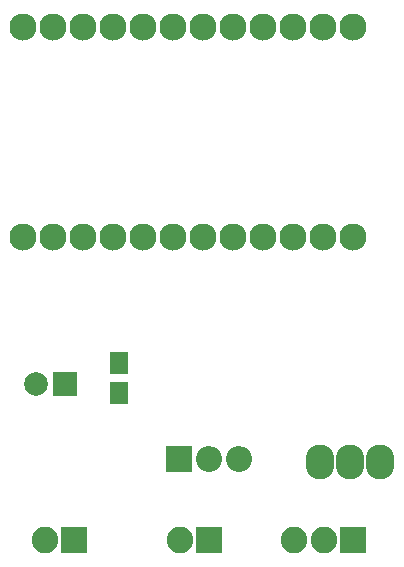
<source format=gts>
G04 #@! TF.FileFunction,Soldermask,Top*
%FSLAX46Y46*%
G04 Gerber Fmt 4.6, Leading zero omitted, Abs format (unit mm)*
G04 Created by KiCad (PCBNEW 4.0.5) date 07/13/18 00:02:14*
%MOMM*%
%LPD*%
G01*
G04 APERTURE LIST*
%ADD10C,0.100000*%
%ADD11O,2.432000X2.940000*%
%ADD12R,2.250000X2.250000*%
%ADD13C,2.250000*%
%ADD14R,2.200000X2.200000*%
%ADD15O,2.200000X2.200000*%
%ADD16C,2.300000*%
%ADD17R,1.650000X1.900000*%
%ADD18R,2.000000X2.000000*%
%ADD19C,2.000000*%
G04 APERTURE END LIST*
D10*
D11*
X194818000Y-90932000D03*
X197358000Y-90932000D03*
X192278000Y-90932000D03*
D12*
X182880000Y-97536000D03*
D13*
X180380000Y-97536000D03*
D12*
X195072000Y-97536000D03*
D13*
X192572000Y-97536000D03*
X190072000Y-97536000D03*
D14*
X180340000Y-90678000D03*
D15*
X182880000Y-90678000D03*
X185420000Y-90678000D03*
D16*
X195072000Y-54102000D03*
X192532000Y-54102000D03*
X189992000Y-54102000D03*
X187452000Y-54102000D03*
X184912000Y-54102000D03*
X182372000Y-54102000D03*
X179832000Y-54102000D03*
X177292000Y-54102000D03*
X174752000Y-54102000D03*
X172212000Y-54102000D03*
X169672000Y-54102000D03*
X167132000Y-54102000D03*
X195072000Y-71882000D03*
X192532000Y-71882000D03*
X189992000Y-71882000D03*
X187452000Y-71882000D03*
X184912000Y-71882000D03*
X182372000Y-71882000D03*
X179832000Y-71882000D03*
X177292000Y-71882000D03*
X174752000Y-71882000D03*
X172212000Y-71882000D03*
X169672000Y-71882000D03*
X167132000Y-71882000D03*
D17*
X175260000Y-82570000D03*
X175260000Y-85070000D03*
D18*
X170688000Y-84328000D03*
D19*
X168188000Y-84328000D03*
D12*
X171450000Y-97536000D03*
D13*
X168950000Y-97536000D03*
M02*

</source>
